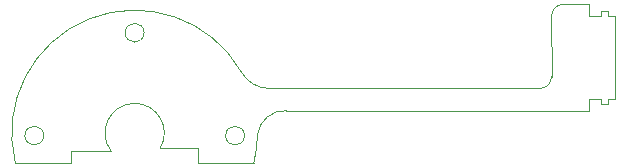
<source format=gm1>
%TF.GenerationSoftware,KiCad,Pcbnew,9.0.3*%
%TF.CreationDate,2025-08-12T19:27:10+03:00*%
%TF.ProjectId,Left,4c656674-2e6b-4696-9361-645f70636258,rev?*%
%TF.SameCoordinates,Original*%
%TF.FileFunction,Profile,NP*%
%FSLAX46Y46*%
G04 Gerber Fmt 4.6, Leading zero omitted, Abs format (unit mm)*
G04 Created by KiCad (PCBNEW 9.0.3) date 2025-08-12 19:27:10*
%MOMM*%
%LPD*%
G01*
G04 APERTURE LIST*
%TA.AperFunction,Profile*%
%ADD10C,0.050000*%
%TD*%
%TA.AperFunction,Profile*%
%ADD11C,0.100000*%
%TD*%
G04 APERTURE END LIST*
D10*
X106490000Y-101500000D02*
G75*
G02*
X110643829Y-101302335I2010000J1505000D01*
G01*
X110640000Y-101300000D02*
X113847697Y-101300000D01*
X103150000Y-102500000D02*
X98400000Y-102500000D01*
X118897962Y-100150000D02*
G75*
G02*
X118590972Y-102507753I-10397962J155000D01*
G01*
X103150000Y-101500000D02*
X103150000Y-102500000D01*
D11*
X117800000Y-100213000D02*
G75*
G02*
X116200000Y-100213000I-800000J0D01*
G01*
X116200000Y-100213000D02*
G75*
G02*
X117800000Y-100213000I800000J0D01*
G01*
X100800000Y-100213000D02*
G75*
G02*
X99200000Y-100213000I-800000J0D01*
G01*
X99200000Y-100213000D02*
G75*
G02*
X100800000Y-100213000I800000J0D01*
G01*
D10*
X143791405Y-90101404D02*
G75*
G02*
X144791404Y-89100004I999995J1404D01*
G01*
X118890000Y-100150000D02*
G75*
G02*
X121351219Y-98098024I2335200J-298900D01*
G01*
X106490000Y-101500000D02*
X103150000Y-101500000D01*
X113850000Y-102510000D02*
X118600000Y-102510000D01*
X121350300Y-98100000D02*
X145000000Y-98100000D01*
X143791405Y-90101404D02*
X143798594Y-95223596D01*
X143798594Y-95223596D02*
G75*
G02*
X142798595Y-96224995I-999994J-1404D01*
G01*
D11*
X109300000Y-91500000D02*
G75*
G02*
X107700000Y-91500000I-800000J0D01*
G01*
X107700000Y-91500000D02*
G75*
G02*
X109300000Y-91500000I800000J0D01*
G01*
D10*
X119920546Y-96223211D02*
G75*
G02*
X117535497Y-94832060I-46J2740011D01*
G01*
X119920546Y-96225000D02*
X142798595Y-96225000D01*
X98396239Y-102500927D02*
G75*
G02*
X117535537Y-94832826I10103761J2500927D01*
G01*
X145000000Y-89100000D02*
X144791404Y-89100000D01*
X113847697Y-101300000D02*
X113850000Y-102510000D01*
%TO.C,J1*%
X147000000Y-89100000D02*
X145000000Y-89100000D01*
X147000000Y-90050000D02*
X147000000Y-89100000D01*
X147000000Y-98100000D02*
X145000000Y-98100000D01*
X147000000Y-98100000D02*
X147000000Y-97150000D01*
X148000000Y-90050000D02*
X147000000Y-90050000D01*
X148000000Y-90050000D02*
X148000000Y-89630000D01*
X148000000Y-97150000D02*
X147000000Y-97150000D01*
X148000000Y-97570000D02*
X148000000Y-97150000D01*
X148600000Y-89630000D02*
X148000000Y-89630000D01*
X148600000Y-89630000D02*
X148600000Y-90050000D01*
X148600000Y-97570000D02*
X148000000Y-97570000D01*
X148600000Y-97570000D02*
X148600000Y-97150000D01*
X149200000Y-90050000D02*
X148600000Y-90050000D01*
X149200000Y-97150000D02*
X148600000Y-97150000D01*
X149200000Y-97150000D02*
X149200000Y-90050000D01*
%TD*%
M02*

</source>
